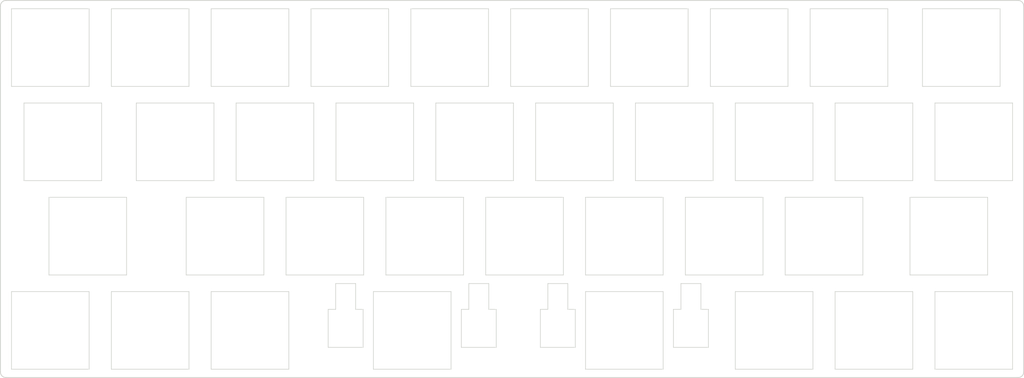
<source format=kicad_pcb>
(kicad_pcb (version 20221018) (generator pcbnew)
  (title_block (title "switchplate/chaz") (rev "2") (company "jasonhazel"))
  (layers (0 "F.Cu" signal) (31 "B.Cu" signal) (34 "B.Paste" user) (35 "F.Paste" user) (36 "B.SilkS" user "B.Silkscreen") (37 "F.SilkS" user "F.Silkscreen") (38 "B.Mask" user) (39 "F.Mask" user) (44 "Edge.Cuts" user))
  (net 0 "")
  (footprint "chaz:Choc-1u-cutout" (layer "F.Cu") (at 36 -51)
    (fp_text reference "SW30")
    (fp_text value "[0,2]" hide)
    (fp_line (start -7 -7) (end -7 7) (stroke (width 0.12)) (layer "Edge.Cuts"))
    (fp_line (start -7 7) (end 7 7) (stroke (width 0.12)) (layer "Edge.Cuts"))
    (fp_line (start 7 -7) (end -7 -7) (stroke (width 0.12)) (layer "Edge.Cuts"))
    (fp_line (start 7 7) (end 7 -7) (stroke (width 0.12)) (layer "Edge.Cuts"))
  )
  (footprint "chaz:Choc-1u-cutout" (layer "F.Cu") (at 0 -51 180)
    (fp_text reference "SW28")
    (fp_text value "[0,0]" hide)
    (fp_line (start -7 -7) (end -7 7) (stroke (width 0.12)) (layer "Edge.Cuts"))
    (fp_line (start -7 7) (end 7 7) (stroke (width 0.12)) (layer "Edge.Cuts"))
    (fp_line (start 7 -7) (end -7 -7) (stroke (width 0.12)) (layer "Edge.Cuts"))
    (fp_line (start 7 7) (end 7 -7) (stroke (width 0.12)) (layer "Edge.Cuts"))
  )
  (footprint "chaz:Choc-1u-cutout" (layer "F.Cu") (at 67.5 -17)
    (fp_text reference "SW12")
    (fp_text value "[2,3]" hide)
    (fp_line (start -7 -7) (end -7 7) (stroke (width 0.12)) (layer "Edge.Cuts"))
    (fp_line (start -7 7) (end 7 7) (stroke (width 0.12)) (layer "Edge.Cuts"))
    (fp_line (start 7 -7) (end -7 -7) (stroke (width 0.12)) (layer "Edge.Cuts"))
    (fp_line (start 7 7) (end 7 -7) (stroke (width 0.12)) (layer "Edge.Cuts"))
  )
  (footprint "chaz:Choc-1u-cutout" (layer "F.Cu") (at 72 -51)
    (fp_text reference "SW32")
    (fp_text value "[0,4]" hide)
    (fp_line (start -7 -7) (end -7 7) (stroke (width 0.12)) (layer "Edge.Cuts"))
    (fp_line (start -7 7) (end 7 7) (stroke (width 0.12)) (layer "Edge.Cuts"))
    (fp_line (start 7 -7) (end -7 -7) (stroke (width 0.12)) (layer "Edge.Cuts"))
    (fp_line (start 7 7) (end 7 -7) (stroke (width 0.12)) (layer "Edge.Cuts"))
  )
  (footprint "chaz:Choc-1u-cutout" (layer "F.Cu") (at 108 -51)
    (fp_text reference "SW34")
    (fp_text value "[0,6]" hide)
    (fp_line (start -7 -7) (end -7 7) (stroke (width 0.12)) (layer "Edge.Cuts"))
    (fp_line (start -7 7) (end 7 7) (stroke (width 0.12)) (layer "Edge.Cuts"))
    (fp_line (start 7 -7) (end -7 -7) (stroke (width 0.12)) (layer "Edge.Cuts"))
    (fp_line (start 7 7) (end 7 -7) (stroke (width 0.12)) (layer "Edge.Cuts"))
  )
  (footprint "chaz:Choc-1u-cutout" (layer "F.Cu") (at 148.5 0)
    (fp_text reference "SW7")
    (fp_text value "[3,8]" hide)
    (fp_line (start -7 -7) (end -7 7) (stroke (width 0.12)) (layer "Edge.Cuts"))
    (fp_line (start -7 7) (end 7 7) (stroke (width 0.12)) (layer "Edge.Cuts"))
    (fp_line (start 7 -7) (end -7 -7) (stroke (width 0.12)) (layer "Edge.Cuts"))
    (fp_line (start 7 7) (end 7 -7) (stroke (width 0.12)) (layer "Edge.Cuts"))
  )
  (footprint "chaz:Choc-1u-cutout" (layer "F.Cu") (at 76.5 -34)
    (fp_text reference "SW22")
    (fp_text value "[1,4]" hide)
    (fp_line (start -7 -7) (end -7 7) (stroke (width 0.12)) (layer "Edge.Cuts"))
    (fp_line (start -7 7) (end 7 7) (stroke (width 0.12)) (layer "Edge.Cuts"))
    (fp_line (start 7 -7) (end -7 -7) (stroke (width 0.12)) (layer "Edge.Cuts"))
    (fp_line (start 7 7) (end 7 -7) (stroke (width 0.12)) (layer "Edge.Cuts"))
  )
  (footprint "chaz:Choc-1u-cutout" (layer "F.Cu") (at 103.5 -17)
    (fp_text reference "SW14")
    (fp_text value "[2,5]" hide)
    (fp_line (start -7 -7) (end -7 7) (stroke (width 0.12)) (layer "Edge.Cuts"))
    (fp_line (start -7 7) (end 7 7) (stroke (width 0.12)) (layer "Edge.Cuts"))
    (fp_line (start 7 -7) (end -7 -7) (stroke (width 0.12)) (layer "Edge.Cuts"))
    (fp_line (start 7 7) (end 7 -7) (stroke (width 0.12)) (layer "Edge.Cuts"))
  )
  (footprint "chaz:Choc-1u-cutout" (layer "F.Cu") (at 121.5 -17)
    (fp_text reference "SW15")
    (fp_text value "[2,7]" hide)
    (fp_line (start -7 -7) (end -7 7) (stroke (width 0.12)) (layer "Edge.Cuts"))
    (fp_line (start -7 7) (end 7 7) (stroke (width 0.12)) (layer "Edge.Cuts"))
    (fp_line (start 7 -7) (end -7 -7) (stroke (width 0.12)) (layer "Edge.Cuts"))
    (fp_line (start 7 7) (end 7 -7) (stroke (width 0.12)) (layer "Edge.Cuts"))
  )
  (footprint "chaz:Choc-2u-cutout" (layer "F.Cu") (at 103.5 0)
    (fp_text reference "SW5")
    (fp_text value "[3,5]" hide)
    (fp_line (start -15.15 -3.8) (end -13.8 -3.8) (stroke (width 0.12)) (layer "Edge.Cuts"))
    (fp_line (start -15.15 3.05) (end -15.15 -3.8) (stroke (width 0.12)) (layer "Edge.Cuts"))
    (fp_line (start -15.15 3.05) (end -8.85 3.05) (stroke (width 0.12)) (layer "Edge.Cuts"))
    (fp_line (start -13.8 -8.45) (end -13.8 -3.8) (stroke (width 0.12)) (layer "Edge.Cuts"))
    (fp_line (start -13.8 -8.45) (end -10.2 -8.45) (stroke (width 0.12)) (layer "Edge.Cuts"))
    (fp_line (start -10.2 -8.45) (end -10.2 -3.8) (stroke (width 0.12)) (layer "Edge.Cuts"))
    (fp_line (start -10.2 -3.8) (end -8.85 -3.8) (stroke (width 0.12)) (layer "Edge.Cuts"))
    (fp_line (start -8.85 3.05) (end -8.85 -3.8) (stroke (width 0.12)) (layer "Edge.Cuts"))
    (fp_line (start -7 -7) (end -7 7) (stroke (width 0.12)) (layer "Edge.Cuts"))
    (fp_line (start -7 7) (end 7 7) (stroke (width 0.12)) (layer "Edge.Cuts"))
    (fp_line (start 7 -7) (end -7 -7) (stroke (width 0.12)) (layer "Edge.Cuts"))
    (fp_line (start 7 7) (end 7 -7) (stroke (width 0.12)) (layer "Edge.Cuts"))
    (fp_line (start 8.85 -3.8) (end 10.2 -3.8) (stroke (width 0.12)) (layer "Edge.Cuts"))
    (fp_line (start 8.85 3.05) (end 8.85 -3.8) (stroke (width 0.12)) (layer "Edge.Cuts"))
    (fp_line (start 8.85 3.05) (end 15.15 3.05) (stroke (width 0.12)) (layer "Edge.Cuts"))
    (fp_line (start 10.2 -8.45) (end 10.2 -3.8) (stroke (width 0.12)) (layer "Edge.Cuts"))
    (fp_line (start 10.2 -8.45) (end 13.8 -8.45) (stroke (width 0.12)) (layer "Edge.Cuts"))
    (fp_line (start 13.8 -8.45) (end 13.8 -3.8) (stroke (width 0.12)) (layer "Edge.Cuts"))
    (fp_line (start 13.8 -3.8) (end 15.15 -3.8) (stroke (width 0.12)) (layer "Edge.Cuts"))
    (fp_line (start 15.15 3.05) (end 15.15 -3.8) (stroke (width 0.12)) (layer "Edge.Cuts"))
  )
  (footprint "chaz:Choc-1u-cutout" (layer "F.Cu") (at 166.5 -34)
    (fp_text reference "SW27")
    (fp_text value "[1,9]" hide)
    (fp_line (start -7 -7) (end -7 7) (stroke (width 0.12)) (layer "Edge.Cuts"))
    (fp_line (start -7 7) (end 7 7) (stroke (width 0.12)) (layer "Edge.Cuts"))
    (fp_line (start 7 -7) (end -7 -7) (stroke (width 0.12)) (layer "Edge.Cuts"))
    (fp_line (start 7 7) (end 7 -7) (stroke (width 0.12)) (layer "Edge.Cuts"))
  )
  (footprint "chaz:Choc-1u-cutout" (layer "F.Cu") (at 90 -51)
    (fp_text reference "SW33")
    (fp_text value "[0,5]" hide)
    (fp_line (start -7 -7) (end -7 7) (stroke (width 0.12)) (layer "Edge.Cuts"))
    (fp_line (start -7 7) (end 7 7) (stroke (width 0.12)) (layer "Edge.Cuts"))
    (fp_line (start 7 -7) (end -7 -7) (stroke (width 0.12)) (layer "Edge.Cuts"))
    (fp_line (start 7 7) (end 7 -7) (stroke (width 0.12)) (layer "Edge.Cuts"))
  )
  (footprint "chaz:Choc-1u-cutout" (layer "F.Cu") (at 164.25 -51)
    (fp_text reference "SW37")
    (fp_text value "[0,9]" hide)
    (fp_line (start -7 -7) (end -7 7) (stroke (width 0.12)) (layer "Edge.Cuts"))
    (fp_line (start -7 7) (end 7 7) (stroke (width 0.12)) (layer "Edge.Cuts"))
    (fp_line (start 7 -7) (end -7 -7) (stroke (width 0.12)) (layer "Edge.Cuts"))
    (fp_line (start 7 7) (end 7 -7) (stroke (width 0.12)) (layer "Edge.Cuts"))
  )
  (footprint "chaz:Choc-1u-cutout" (layer "F.Cu") (at 130.5 0)
    (fp_text reference "SW6")
    (fp_text value "[3,7]" hide)
    (fp_line (start -7 -7) (end -7 7) (stroke (width 0.12)) (layer "Edge.Cuts"))
    (fp_line (start -7 7) (end 7 7) (stroke (width 0.12)) (layer "Edge.Cuts"))
    (fp_line (start 7 -7) (end -7 -7) (stroke (width 0.12)) (layer "Edge.Cuts"))
    (fp_line (start 7 7) (end 7 -7) (stroke (width 0.12)) (layer "Edge.Cuts"))
  )
  (footprint "chaz:Choc-1u-cutout" (layer "F.Cu") (at 54 -51)
    (fp_text reference "SW31")
    (fp_text value "[0,3]" hide)
    (fp_line (start -7 -7) (end -7 7) (stroke (width 0.12)) (layer "Edge.Cuts"))
    (fp_line (start -7 7) (end 7 7) (stroke (width 0.12)) (layer "Edge.Cuts"))
    (fp_line (start 7 -7) (end -7 -7) (stroke (width 0.12)) (layer "Edge.Cuts"))
    (fp_line (start 7 7) (end 7 -7) (stroke (width 0.12)) (layer "Edge.Cuts"))
  )
  (footprint "chaz:Choc-1u-cutout" (layer "F.Cu") (at 58.5 -34)
    (fp_text reference "SW21")
    (fp_text value "[1,3]" hide)
    (fp_line (start -7 -7) (end -7 7) (stroke (width 0.12)) (layer "Edge.Cuts"))
    (fp_line (start -7 7) (end 7 7) (stroke (width 0.12)) (layer "Edge.Cuts"))
    (fp_line (start 7 -7) (end -7 -7) (stroke (width 0.12)) (layer "Edge.Cuts"))
    (fp_line (start 7 7) (end 7 -7) (stroke (width 0.12)) (layer "Edge.Cuts"))
  )
  (footprint "chaz:Choc-1u-cutout" (layer "F.Cu") (at 144 -51)
    (fp_text reference "SW36")
    (fp_text value "[0,8]" hide)
    (fp_line (start -7 -7) (end -7 7) (stroke (width 0.12)) (layer "Edge.Cuts"))
    (fp_line (start -7 7) (end 7 7) (stroke (width 0.12)) (layer "Edge.Cuts"))
    (fp_line (start 7 -7) (end -7 -7) (stroke (width 0.12)) (layer "Edge.Cuts"))
    (fp_line (start 7 7) (end 7 -7) (stroke (width 0.12)) (layer "Edge.Cuts"))
  )
  (footprint "chaz:Choc-1u-cutout" (layer "F.Cu") (at 0 0 180)
    (fp_text reference "SW1")
    (fp_text value "[3,0]" hide)
    (fp_line (start -7 -7) (end -7 7) (stroke (width 0.12)) (layer "Edge.Cuts"))
    (fp_line (start -7 7) (end 7 7) (stroke (width 0.12)) (layer "Edge.Cuts"))
    (fp_line (start 7 -7) (end -7 -7) (stroke (width 0.12)) (layer "Edge.Cuts"))
    (fp_line (start 7 7) (end 7 -7) (stroke (width 0.12)) (layer "Edge.Cuts"))
  )
  (footprint "chaz:Choc-1u-cutout" (layer "F.Cu") (at 166.5 0)
    (fp_text reference "SW8")
    (fp_text value "[3,9]" hide)
    (fp_line (start -7 -7) (end -7 7) (stroke (width 0.12)) (layer "Edge.Cuts"))
    (fp_line (start -7 7) (end 7 7) (stroke (width 0.12)) (layer "Edge.Cuts"))
    (fp_line (start 7 -7) (end -7 -7) (stroke (width 0.12)) (layer "Edge.Cuts"))
    (fp_line (start 7 7) (end 7 -7) (stroke (width 0.12)) (layer "Edge.Cuts"))
  )
  (footprint "chaz:Choc-1u-cutout" (layer "F.Cu") (at 2.25 -34)
    (fp_text reference "SW18")
    (fp_text value "[1,0]" hide)
    (fp_line (start -7 -7) (end -7 7) (stroke (width 0.12)) (layer "Edge.Cuts"))
    (fp_line (start -7 7) (end 7 7) (stroke (width 0.12)) (layer "Edge.Cuts"))
    (fp_line (start 7 -7) (end -7 -7) (stroke (width 0.12)) (layer "Edge.Cuts"))
    (fp_line (start 7 7) (end 7 -7) (stroke (width 0.12)) (layer "Edge.Cuts"))
  )
  (footprint "chaz:Choc-1u-cutout" (layer "F.Cu") (at 85.5 -17)
    (fp_text reference "SW13")
    (fp_text value "[2,4]" hide)
    (fp_line (start -7 -7) (end -7 7) (stroke (width 0.12)) (layer "Edge.Cuts"))
    (fp_line (start -7 7) (end 7 7) (stroke (width 0.12)) (layer "Edge.Cuts"))
    (fp_line (start 7 -7) (end -7 -7) (stroke (width 0.12)) (layer "Edge.Cuts"))
    (fp_line (start 7 7) (end 7 -7) (stroke (width 0.12)) (layer "Edge.Cuts"))
  )
  (footprint "chaz:Choc-1u-cutout" (layer "F.Cu") (at 31.5 -17)
    (fp_text reference "SW10")
    (fp_text value "[2,1]" hide)
    (fp_line (start -7 -7) (end -7 7) (stroke (width 0.12)) (layer "Edge.Cuts"))
    (fp_line (start -7 7) (end 7 7) (stroke (width 0.12)) (layer "Edge.Cuts"))
    (fp_line (start 7 -7) (end -7 -7) (stroke (width 0.12)) (layer "Edge.Cuts"))
    (fp_line (start 7 7) (end 7 -7) (stroke (width 0.12)) (layer "Edge.Cuts"))
  )
  (footprint "chaz:Choc-1u-cutout" (layer "F.Cu") (at 40.5 -34)
    (fp_text reference "SW20")
    (fp_text value "[1,2]" hide)
    (fp_line (start -7 -7) (end -7 7) (stroke (width 0.12)) (layer "Edge.Cuts"))
    (fp_line (start -7 7) (end 7 7) (stroke (width 0.12)) (layer "Edge.Cuts"))
    (fp_line (start 7 -7) (end -7 -7) (stroke (width 0.12)) (layer "Edge.Cuts"))
    (fp_line (start 7 7) (end 7 -7) (stroke (width 0.12)) (layer "Edge.Cuts"))
  )
  (footprint "chaz:Choc-1u-cutout" (layer "F.Cu") (at 139.5 -17)
    (fp_text reference "SW16")
    (fp_text value "[2,8]" hide)
    (fp_line (start -7 -7) (end -7 7) (stroke (width 0.12)) (layer "Edge.Cuts"))
    (fp_line (start -7 7) (end 7 7) (stroke (width 0.12)) (layer "Edge.Cuts"))
    (fp_line (start 7 -7) (end -7 -7) (stroke (width 0.12)) (layer "Edge.Cuts"))
    (fp_line (start 7 7) (end 7 -7) (stroke (width 0.12)) (layer "Edge.Cuts"))
  )
  (footprint "chaz:Choc-1u-cutout" (layer "F.Cu") (at 6.75 -17)
    (fp_text reference "SW9")
    (fp_text value "[2,0]" hide)
    (fp_line (start -7 -7) (end -7 7) (stroke (width 0.12)) (layer "Edge.Cuts"))
    (fp_line (start -7 7) (end 7 7) (stroke (width 0.12)) (layer "Edge.Cuts"))
    (fp_line (start 7 -7) (end -7 -7) (stroke (width 0.12)) (layer "Edge.Cuts"))
    (fp_line (start 7 7) (end 7 -7) (stroke (width 0.12)) (layer "Edge.Cuts"))
  )
  (footprint "chaz:Choc-1u-cutout" (layer "F.Cu") (at 94.5 -34)
    (fp_text reference "SW23")
    (fp_text value "[1,5]" hide)
    (fp_line (start -7 -7) (end -7 7) (stroke (width 0.12)) (layer "Edge.Cuts"))
    (fp_line (start -7 7) (end 7 7) (stroke (width 0.12)) (layer "Edge.Cuts"))
    (fp_line (start 7 -7) (end -7 -7) (stroke (width 0.12)) (layer "Edge.Cuts"))
    (fp_line (start 7 7) (end 7 -7) (stroke (width 0.12)) (layer "Edge.Cuts"))
  )
  (footprint "chaz:Choc-1u-cutout" (layer "F.Cu") (at 18 -51 180)
    (fp_text reference "SW29")
    (fp_text value "[0,1]" hide)
    (fp_line (start -7 -7) (end -7 7) (stroke (width 0.12)) (layer "Edge.Cuts"))
    (fp_line (start -7 7) (end 7 7) (stroke (width 0.12)) (layer "Edge.Cuts"))
    (fp_line (start 7 -7) (end -7 -7) (stroke (width 0.12)) (layer "Edge.Cuts"))
    (fp_line (start 7 7) (end 7 -7) (stroke (width 0.12)) (layer "Edge.Cuts"))
  )
  (footprint "chaz:Choc-2u-cutout" (layer "F.Cu") (at 65.25 0)
    (fp_text reference "SW4")
    (fp_text value "[3,3]" hide)
    (fp_line (start -15.15 -3.8) (end -13.8 -3.8) (stroke (width 0.12)) (layer "Edge.Cuts"))
    (fp_line (start -15.15 3.05) (end -15.15 -3.8) (stroke (width 0.12)) (layer "Edge.Cuts"))
    (fp_line (start -15.15 3.05) (end -8.85 3.05) (stroke (width 0.12)) (layer "Edge.Cuts"))
    (fp_line (start -13.8 -8.45) (end -13.8 -3.8) (stroke (width 0.12)) (layer "Edge.Cuts"))
    (fp_line (start -13.8 -8.45) (end -10.2 -8.45) (stroke (width 0.12)) (layer "Edge.Cuts"))
    (fp_line (start -10.2 -8.45) (end -10.2 -3.8) (stroke (width 0.12)) (layer "Edge.Cuts"))
    (fp_line (start -10.2 -3.8) (end -8.85 -3.8) (stroke (width 0.12)) (layer "Edge.Cuts"))
    (fp_line (start -8.85 3.05) (end -8.85 -3.8) (stroke (width 0.12)) (layer "Edge.Cuts"))
    (fp_line (start -7 -7) (end -7 7) (stroke (width 0.12)) (layer "Edge.Cuts"))
    (fp_line (start -7 7) (end 7 7) (stroke (width 0.12)) (layer "Edge.Cuts"))
    (fp_line (start 7 -7) (end -7 -7) (stroke (width 0.12)) (layer "Edge.Cuts"))
    (fp_line (start 7 7) (end 7 -7) (stroke (width 0.12)) (layer "Edge.Cuts"))
    (fp_line (start 8.85 -3.8) (end 10.2 -3.8) (stroke (width 0.12)) (layer "Edge.Cuts"))
    (fp_line (start 8.85 3.05) (end 8.85 -3.8) (stroke (width 0.12)) (layer "Edge.Cuts"))
    (fp_line (start 8.85 3.05) (end 15.15 3.05) (stroke (width 0.12)) (layer "Edge.Cuts"))
    (fp_line (start 10.2 -8.45) (end 10.2 -3.8) (stroke (width 0.12)) (layer "Edge.Cuts"))
    (fp_line (start 10.2 -8.45) (end 13.8 -8.45) (stroke (width 0.12)) (layer "Edge.Cuts"))
    (fp_line (start 13.8 -8.45) (end 13.8 -3.8) (stroke (width 0.12)) (layer "Edge.Cuts"))
    (fp_line (start 13.8 -3.8) (end 15.15 -3.8) (stroke (width 0.12)) (layer "Edge.Cuts"))
    (fp_line (start 15.15 3.05) (end 15.15 -3.8) (stroke (width 0.12)) (layer "Edge.Cuts"))
  )
  (footprint "chaz:Choc-1u-cutout" (layer "F.Cu") (at 49.5 -17)
    (fp_text reference "SW11")
    (fp_text value "[2,2]" hide)
    (fp_line (start -7 -7) (end -7 7) (stroke (width 0.12)) (layer "Edge.Cuts"))
    (fp_line (start -7 7) (end 7 7) (stroke (width 0.12)) (layer "Edge.Cuts"))
    (fp_line (start 7 -7) (end -7 -7) (stroke (width 0.12)) (layer "Edge.Cuts"))
    (fp_line (start 7 7) (end 7 -7) (stroke (width 0.12)) (layer "Edge.Cuts"))
  )
  (footprint "chaz:Choc-1u-cutout" (layer "F.Cu") (at 112.5 -34)
    (fp_text reference "SW24")
    (fp_text value "[1,6]" hide)
    (fp_line (start -7 -7) (end -7 7) (stroke (width 0.12)) (layer "Edge.Cuts"))
    (fp_line (start -7 7) (end 7 7) (stroke (width 0.12)) (layer "Edge.Cuts"))
    (fp_line (start 7 -7) (end -7 -7) (stroke (width 0.12)) (layer "Edge.Cuts"))
    (fp_line (start 7 7) (end 7 -7) (stroke (width 0.12)) (layer "Edge.Cuts"))
  )
  (footprint "chaz:Choc-1u-cutout" (layer "F.Cu") (at 130.5 -34)
    (fp_text reference "SW25")
    (fp_text value "[1,7]" hide)
    (fp_line (start -7 -7) (end -7 7) (stroke (width 0.12)) (layer "Edge.Cuts"))
    (fp_line (start -7 7) (end 7 7) (stroke (width 0.12)) (layer "Edge.Cuts"))
    (fp_line (start 7 -7) (end -7 -7) (stroke (width 0.12)) (layer "Edge.Cuts"))
    (fp_line (start 7 7) (end 7 -7) (stroke (width 0.12)) (layer "Edge.Cuts"))
  )
  (footprint "chaz:Choc-1u-cutout" (layer "F.Cu") (at 126 -51)
    (fp_text reference "SW35")
    (fp_text value "[0,7]" hide)
    (fp_line (start -7 -7) (end -7 7) (stroke (width 0.12)) (layer "Edge.Cuts"))
    (fp_line (start -7 7) (end 7 7) (stroke (width 0.12)) (layer "Edge.Cuts"))
    (fp_line (start 7 -7) (end -7 -7) (stroke (width 0.12)) (layer "Edge.Cuts"))
    (fp_line (start 7 7) (end 7 -7) (stroke (width 0.12)) (layer "Edge.Cuts"))
  )
  (footprint "chaz:Choc-1u-cutout" (layer "F.Cu") (at 162 -17)
    (fp_text reference "SW17")
    (fp_text value "[2,9]" hide)
    (fp_line (start -7 -7) (end -7 7) (stroke (width 0.12)) (layer "Edge.Cuts"))
    (fp_line (start -7 7) (end 7 7) (stroke (width 0.12)) (layer "Edge.Cuts"))
    (fp_line (start 7 -7) (end -7 -7) (stroke (width 0.12)) (layer "Edge.Cuts"))
    (fp_line (start 7 7) (end 7 -7) (stroke (width 0.12)) (layer "Edge.Cuts"))
  )
  (footprint "chaz:Choc-1u-cutout" (layer "F.Cu") (at 36 0)
    (fp_text reference "SW3")
    (fp_text value "[3,2]" hide)
    (fp_line (start -7 -7) (end -7 7) (stroke (width 0.12)) (layer "Edge.Cuts"))
    (fp_line (start -7 7) (end 7 7) (stroke (width 0.12)) (layer "Edge.Cuts"))
    (fp_line (start 7 -7) (end -7 -7) (stroke (width 0.12)) (layer "Edge.Cuts"))
    (fp_line (start 7 7) (end 7 -7) (stroke (width 0.12)) (layer "Edge.Cuts"))
  )
  (footprint "chaz:Choc-1u-cutout" (layer "F.Cu") (at 22.5 -34)
    (fp_text reference "SW19")
    (fp_text value "[1,1]" hide)
    (fp_line (start -7 -7) (end -7 7) (stroke (width 0.12)) (layer "Edge.Cuts"))
    (fp_line (start -7 7) (end 7 7) (stroke (width 0.12)) (layer "Edge.Cuts"))
    (fp_line (start 7 -7) (end -7 -7) (stroke (width 0.12)) (layer "Edge.Cuts"))
    (fp_line (start 7 7) (end 7 -7) (stroke (width 0.12)) (layer "Edge.Cuts"))
  )
  (footprint "chaz:Choc-1u-cutout" (layer "F.Cu") (at 148.5 -34)
    (fp_text reference "SW26")
    (fp_text value "[1,8]" hide)
    (fp_line (start -7 -7) (end -7 7) (stroke (width 0.12)) (layer "Edge.Cuts"))
    (fp_line (start -7 7) (end 7 7) (stroke (width 0.12)) (layer "Edge.Cuts"))
    (fp_line (start 7 -7) (end -7 -7) (stroke (width 0.12)) (layer "Edge.Cuts"))
    (fp_line (start 7 7) (end 7 -7) (stroke (width 0.12)) (layer "Edge.Cuts"))
  )
  (footprint "chaz:Choc-1u-cutout" (layer "F.Cu") (at 18 0)
    (fp_text reference "SW2")
    (fp_text value "[3,1]" hide)
    (fp_line (start -7 -7) (end -7 7) (stroke (width 0.12)) (layer "Edge.Cuts"))
    (fp_line (start -7 7) (end 7 7) (stroke (width 0.12)) (layer "Edge.Cuts"))
    (fp_line (start 7 -7) (end -7 -7) (stroke (width 0.12)) (layer "Edge.Cuts"))
    (fp_line (start 7 7) (end 7 -7) (stroke (width 0.12)) (layer "Edge.Cuts"))
  )
  (gr_line (start 174.5 -59.5) (end -8 -59.5) (stroke (width 0.15)) (layer "Edge.Cuts"))
  (gr_line (start -9 -58.5) (end -9 7.5) (stroke (width 0.15)) (layer "Edge.Cuts"))
  (gr_arc (start 175.5 7.5) (mid 175.207107 8.207107) (end 174.5 8.5) (stroke (width 0.15)) (layer "Edge.Cuts"))
  (gr_arc (start -9 -58.5) (mid -8.707107 -59.207107) (end -8 -59.5) (stroke (width 0.15)) (layer "Edge.Cuts"))
  (gr_line (start 175.5 7.5) (end 175.5 -58.5) (stroke (width 0.15)) (layer "Edge.Cuts"))
  (gr_line (start -8 8.5) (end 174.5 8.5) (stroke (width 0.15)) (layer "Edge.Cuts"))
  (gr_arc (start 174.5 -59.5) (mid 175.207107 -59.207107) (end 175.5 -58.5) (stroke (width 0.15)) (layer "Edge.Cuts"))
  (gr_arc (start -8 8.5) (mid -8.707107 8.207107) (end -9 7.5) (stroke (width 0.15)) (layer "Edge.Cuts"))
)
</source>
